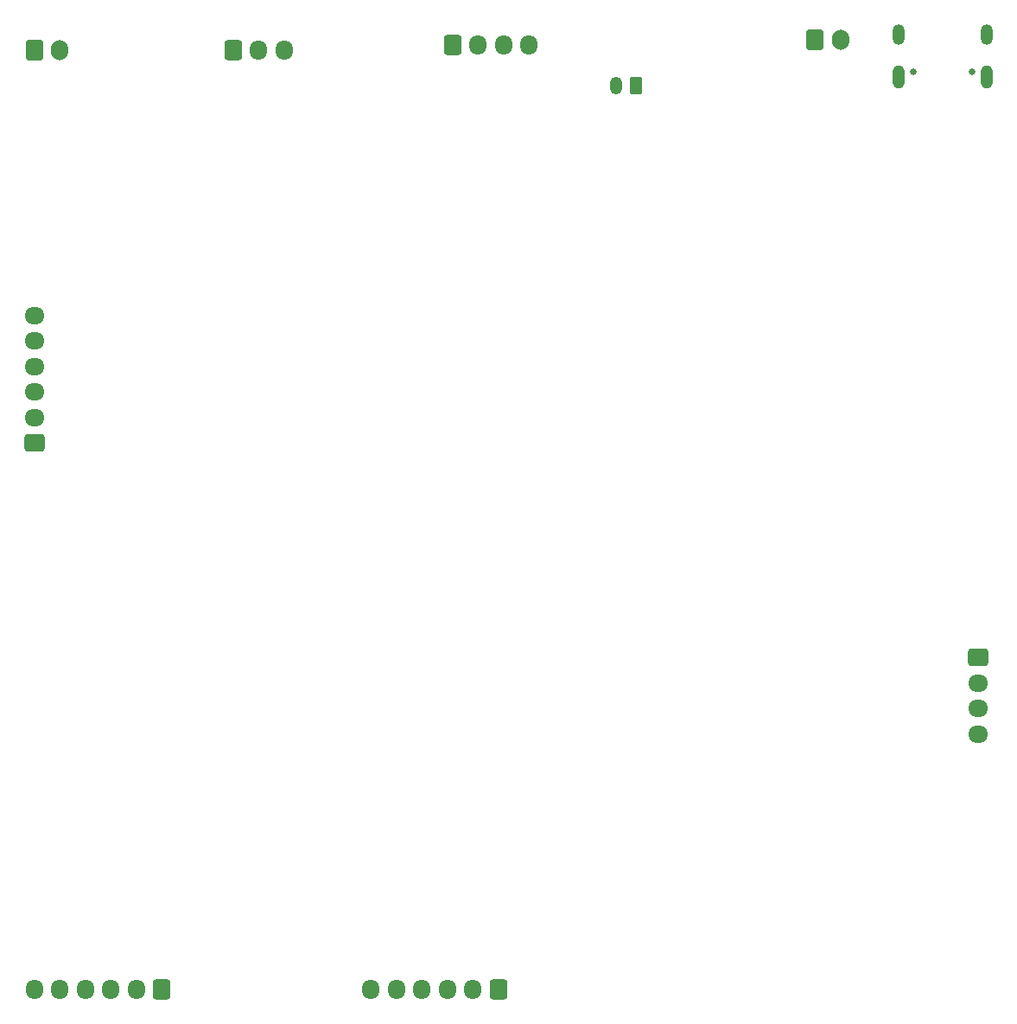
<source format=gbs>
G04 #@! TF.GenerationSoftware,KiCad,Pcbnew,8.0.2*
G04 #@! TF.CreationDate,2024-10-06T19:59:24-06:00*
G04 #@! TF.ProjectId,kicad,6b696361-642e-46b6-9963-61645f706362,rev?*
G04 #@! TF.SameCoordinates,Original*
G04 #@! TF.FileFunction,Soldermask,Bot*
G04 #@! TF.FilePolarity,Negative*
%FSLAX46Y46*%
G04 Gerber Fmt 4.6, Leading zero omitted, Abs format (unit mm)*
G04 Created by KiCad (PCBNEW 8.0.2) date 2024-10-06 19:59:24*
%MOMM*%
%LPD*%
G01*
G04 APERTURE LIST*
G04 Aperture macros list*
%AMRoundRect*
0 Rectangle with rounded corners*
0 $1 Rounding radius*
0 $2 $3 $4 $5 $6 $7 $8 $9 X,Y pos of 4 corners*
0 Add a 4 corners polygon primitive as box body*
4,1,4,$2,$3,$4,$5,$6,$7,$8,$9,$2,$3,0*
0 Add four circle primitives for the rounded corners*
1,1,$1+$1,$2,$3*
1,1,$1+$1,$4,$5*
1,1,$1+$1,$6,$7*
1,1,$1+$1,$8,$9*
0 Add four rect primitives between the rounded corners*
20,1,$1+$1,$2,$3,$4,$5,0*
20,1,$1+$1,$4,$5,$6,$7,0*
20,1,$1+$1,$6,$7,$8,$9,0*
20,1,$1+$1,$8,$9,$2,$3,0*%
G04 Aperture macros list end*
%ADD10C,0.650000*%
%ADD11O,1.204000X2.304000*%
%ADD12O,1.204000X2.004000*%
%ADD13RoundRect,0.250000X0.350000X0.625000X-0.350000X0.625000X-0.350000X-0.625000X0.350000X-0.625000X0*%
%ADD14O,1.200000X1.750000*%
%ADD15RoundRect,0.250000X-0.600000X-0.725000X0.600000X-0.725000X0.600000X0.725000X-0.600000X0.725000X0*%
%ADD16O,1.700000X1.950000*%
%ADD17RoundRect,0.250000X0.725000X-0.600000X0.725000X0.600000X-0.725000X0.600000X-0.725000X-0.600000X0*%
%ADD18O,1.950000X1.700000*%
%ADD19RoundRect,0.250000X-0.600000X-0.750000X0.600000X-0.750000X0.600000X0.750000X-0.600000X0.750000X0*%
%ADD20O,1.700000X2.000000*%
%ADD21RoundRect,0.250000X0.600000X0.725000X-0.600000X0.725000X-0.600000X-0.725000X0.600000X-0.725000X0*%
%ADD22RoundRect,0.250000X-0.725000X0.600000X-0.725000X-0.600000X0.725000X-0.600000X0.725000X0.600000X0*%
G04 APERTURE END LIST*
D10*
X188890000Y-53180000D03*
X183110000Y-53180000D03*
D11*
X190320000Y-53680000D03*
D12*
X190320000Y-49500000D03*
D11*
X181680000Y-53680000D03*
D12*
X181680000Y-49500000D03*
D13*
X156000000Y-54500000D03*
D14*
X154000000Y-54500000D03*
D15*
X116500000Y-51000000D03*
D16*
X119000000Y-51000000D03*
X121500000Y-51000000D03*
D17*
X97000000Y-89500000D03*
D18*
X97000000Y-87000000D03*
X97000000Y-84500000D03*
X97000000Y-82000000D03*
X97000000Y-79500000D03*
X97000000Y-77000000D03*
D19*
X97000000Y-51000000D03*
D20*
X99500000Y-51000000D03*
D15*
X138000000Y-50500000D03*
D16*
X140500000Y-50500000D03*
X143000000Y-50500000D03*
X145500000Y-50500000D03*
D19*
X173500000Y-50000000D03*
D20*
X176000000Y-50000000D03*
D21*
X142500000Y-143000000D03*
D16*
X140000000Y-143000000D03*
X137500000Y-143000000D03*
X135000000Y-143000000D03*
X132500000Y-143000000D03*
X130000000Y-143000000D03*
D22*
X189500000Y-110500000D03*
D18*
X189500000Y-113000000D03*
X189500000Y-115500000D03*
X189500000Y-118000000D03*
D21*
X109500000Y-143000000D03*
D16*
X107000000Y-143000000D03*
X104500000Y-143000000D03*
X102000000Y-143000000D03*
X99500000Y-143000000D03*
X97000000Y-143000000D03*
M02*

</source>
